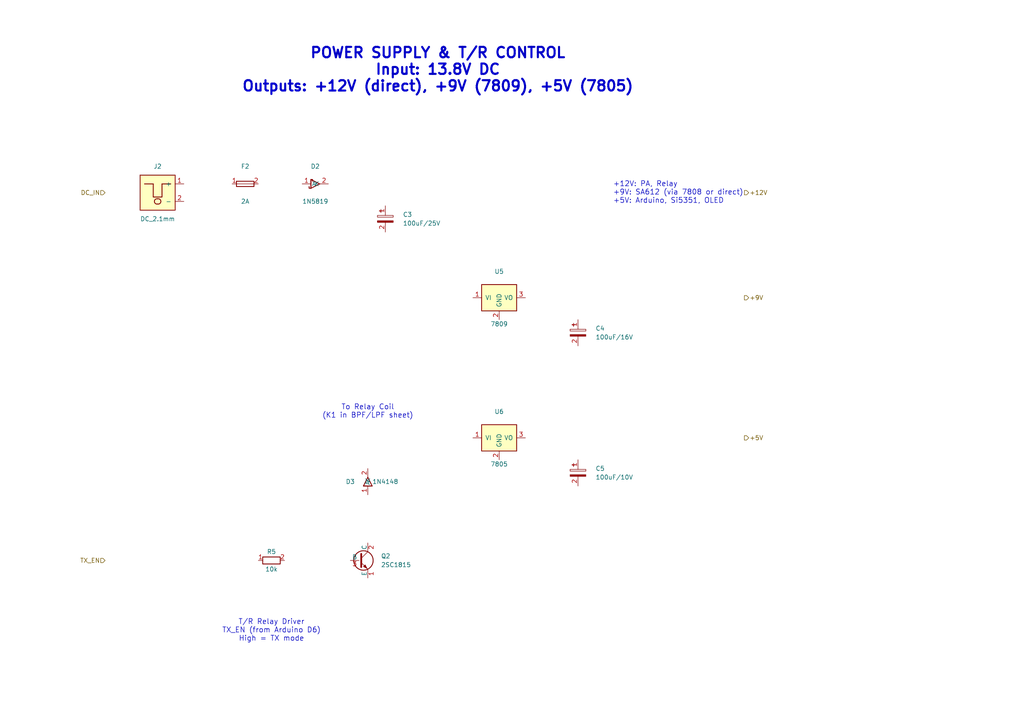
<source format=kicad_sch>
(kicad_sch (version 20250114) (generator "eeschema") (generator_version "9.0")
  (paper "A4")
  (title_block (title "Power Supply & T/R Control") (date "2024-12-24") (rev "1.0") (comment 1 "Input: 13.8V DC, Output: +12V, +9V, +5V"))
  (lib_symbols
    (symbol "Connector:DC_Jack" (pin_names (offset 1.016))
      (property "Reference" "J" (at 0 6.35 0))
      (property "Value" "DC_Jack" (at 0 -6.35 0))
      (symbol "DC_Jack_0_1"
        (rectangle (start -5.08 5.08) (end 5.08 -5.08) (stroke (width 0.254)) (fill (type background)))
        (polyline (pts (xy -3.81 2.54) (xy -1.27 2.54)) (stroke (width 0.254)))
        (polyline (pts (xy -1.27 2.54) (xy -1.27 -1.27) (xy 1.27 -1.27) (xy 1.27 2.54)) (stroke (width 0.254)))
        (arc (start 0 -3.302) (mid -0.9398 -2.54) (end 0 -1.778) (stroke (width 0.254)))
        (arc (start 0 -1.778) (mid 0.9398 -2.54) (end 0 -3.302) (stroke (width 0.254)))
        (polyline (pts (xy 1.27 2.54) (xy 3.81 2.54)) (stroke (width 0.254)))
      )
      (symbol "DC_Jack_1_1"
        (pin power_out line (at 7.62 2.54 180) (length 2.54) (name "+") (number "1"))
        (pin power_out line (at 7.62 -2.54 180) (length 2.54) (name "-") (number "2"))
      )
    )
    (symbol "Device:CP" (pin_names (offset 0.254))
      (property "Reference" "C" (at 0.635 2.54 0))
      (property "Value" "CP" (at 0.635 -2.54 0))
      (symbol "CP_0_1"
        (rectangle (start -2.286 0.508) (end 2.286 1.016))
        (rectangle (start -2.286 -1.016) (end 2.286 -0.508) (fill (type outline)))
        (polyline (pts (xy -1.778 2.286) (xy -0.762 2.286)))
        (polyline (pts (xy -1.27 2.794) (xy -1.27 1.778)))
      )
      (symbol "CP_1_1"
        (pin passive line (at 0 3.81 270) (length 2.794) (name "~") (number "1"))
        (pin passive line (at 0 -3.81 90) (length 2.794) (name "~") (number "2"))
      )
    )
    (symbol "Device:D" (pin_names (offset 1.016))
      (property "Reference" "D" (at 0 2.54 0))
      (property "Value" "D" (at 0 -2.54 0))
      (symbol "D_0_1"
        (polyline (pts (xy -1.27 -1.27) (xy -1.27 1.27)) (stroke (width 0.254)))
        (polyline (pts (xy 1.27 0) (xy -1.27 1.27) (xy -1.27 -1.27) (xy 1.27 0)) (stroke (width 0.254)))
      )
      (symbol "D_1_1"
        (pin passive line (at -3.81 0 0) (length 2.54) (name "K") (number "1"))
        (pin passive line (at 3.81 0 180) (length 2.54) (name "A") (number "2"))
      )
    )
    (symbol "Device:D_Schottky" (pin_names (offset 1.016))
      (property "Reference" "D" (at 0 2.54 0))
      (property "Value" "D_Schottky" (at 0 -2.54 0))
      (symbol "D_Schottky_0_1"
        (polyline (pts (xy -1.27 1.27) (xy -0.762 1.27) (xy -0.762 0.762)) (stroke (width 0.254)))
        (polyline (pts (xy -1.27 -1.27) (xy -1.27 1.27)) (stroke (width 0.254)))
        (polyline (pts (xy -1.27 -1.27) (xy -1.778 -1.27) (xy -1.778 -0.762)) (stroke (width 0.254)))
        (polyline (pts (xy 1.27 0) (xy -1.27 1.27) (xy -1.27 -1.27) (xy 1.27 0)) (stroke (width 0.254)))
      )
      (symbol "D_Schottky_1_1"
        (pin passive line (at -3.81 0 0) (length 2.54) (name "K") (number "1"))
        (pin passive line (at 3.81 0 180) (length 2.54) (name "A") (number "2"))
      )
    )
    (symbol "Device:Fuse" (pin_names (offset 0))
      (property "Reference" "F" (at 2.032 0 90))
      (property "Value" "Fuse" (at -1.905 0 90))
      (symbol "Fuse_0_1"
        (rectangle (start -0.762 -2.54) (end 0.762 2.54) (stroke (width 0.254)))
        (polyline (pts (xy 0 2.54) (xy 0 -2.54)))
      )
      (symbol "Fuse_1_1"
        (pin passive line (at 0 3.81 270) (length 1.27) (name "~") (number "1"))
        (pin passive line (at 0 -3.81 90) (length 1.27) (name "~") (number "2"))
      )
    )
    (symbol "Device:R" (pin_names (offset 0))
      (property "Reference" "R" (at 2.032 0 90))
      (property "Value" "R" (at 0 0 90))
      (symbol "R_0_1"
        (rectangle (start -1.016 -2.54) (end 1.016 2.54) (stroke (width 0.254)))
      )
      (symbol "R_1_1"
        (pin passive line (at 0 3.81 270) (length 1.27) (name "~") (number "1"))
        (pin passive line (at 0 -3.81 90) (length 1.27) (name "~") (number "2"))
      )
    )
    (symbol "Regulator:7805" (pin_names (offset 1.016))
      (property "Reference" "U" (at 0 5.08 0))
      (property "Value" "7805" (at 0 -5.08 0))
      (symbol "7805_0_1"
        (rectangle (start -5.08 3.81) (end 5.08 -3.81) (stroke (width 0.254)) (fill (type background)))
      )
      (symbol "7805_1_1"
        (pin power_in line (at -7.62 0 0) (length 2.54) (name "VI") (number "1"))
        (pin power_in line (at 0 -6.35 90) (length 2.54) (name "GND") (number "2"))
        (pin power_out line (at 7.62 0 180) (length 2.54) (name "VO") (number "3"))
      )
    )
    (symbol "Regulator:7809" (pin_names (offset 1.016))
      (property "Reference" "U" (at 0 5.08 0))
      (property "Value" "7809" (at 0 -5.08 0))
      (symbol "7809_0_1"
        (rectangle (start -5.08 3.81) (end 5.08 -3.81) (stroke (width 0.254)) (fill (type background)))
      )
      (symbol "7809_1_1"
        (pin power_in line (at -7.62 0 0) (length 2.54) (name "VI") (number "1"))
        (pin power_in line (at 0 -6.35 90) (length 2.54) (name "GND") (number "2"))
        (pin power_out line (at 7.62 0 180) (length 2.54) (name "VO") (number "3"))
      )
    )
    (symbol "Transistor:2SC1815" (pin_names (offset 0))
      (property "Reference" "Q" (at 5.08 1.905 0))
      (property "Value" "2SC1815" (at 5.08 0 0))
      (symbol "2SC1815_0_1"
        (polyline (pts (xy 0.635 1.905) (xy 0.635 -1.905)) (stroke (width 0.508)))
        (polyline (pts (xy 0.635 0.635) (xy 2.54 2.54)))
        (polyline (pts (xy 0.635 -0.635) (xy 2.54 -2.54)))
        (circle (center 1.27 0) (radius 2.8194) (stroke (width 0.254)))
        (polyline (pts (xy 1.27 -1.778) (xy 1.778 -1.27) (xy 2.286 -2.286) (xy 1.27 -1.778)) (fill (type outline)))
      )
      (symbol "2SC1815_1_1"
        (pin input line (at -2.54 0 0) (length 2.54) (name "B") (number "3"))
        (pin passive line (at 2.54 5.08 270) (length 2.54) (name "C") (number "2"))
        (pin passive line (at 2.54 -5.08 90) (length 2.54) (name "E") (number "1"))
      )
    )
  )
  (text "To Relay Coil\n(K1 in BPF/LPF sheet)" (at 106.68 119.38 0) (effects (font (size 1.5 1.5))))
  (text "POWER SUPPLY & T/R CONTROL\nInput: 13.8V DC\nOutputs: +12V (direct), +9V (7809), +5V (7805)" (at 127 20.32 0) (effects (font (size 3 3) (bold yes))))
  (text "+12V: PA, Relay\n+9V: SA612 (via 7808 or direct)\n+5V: Arduino, Si5351, OLED" (at 177.8 55.88 0) (effects (font (size 1.5 1.5)) (justify left)))
  (text "T/R Relay Driver\nTX_EN (from Arduino D6)\nHigh = TX mode" (at 78.74 182.88 0) (effects (font (size 1.5 1.5))))
  (hierarchical_label "+5V" (shape output) (at 215.9 127 0))
  (hierarchical_label "+12V" (shape output) (at 215.9 55.88 0))
  (hierarchical_label "TX_EN" (shape input) (at 30.48 162.56 180))
  (hierarchical_label "+9V" (shape output) (at 215.9 86.36 0))
  (hierarchical_label "DC_IN" (shape input) (at 30.48 55.88 180))
  (symbol (lib_id "Device:Fuse") (at 71.12 53.34 90) (unit 1)
    (property "Reference" "F2" (at 71.12 48.26 90))
    (property "Value" "2A" (at 71.12 58.42 90))
    (property "Footprint" "Fuse:Fuseholder_Cylinder-5x20mm_Schurter_0031_8201_Horizontal_Open" (effects (hide yes)))
  )
  (symbol (lib_id "Connector:DC_Jack") (at 45.72 55.88 0) (unit 1)
    (property "Reference" "J2" (at 45.72 48.26 0))
    (property "Value" "DC_2.1mm" (at 45.72 63.5 0))
    (property "Footprint" "Connector_BarrelJack:BarrelJack_Horizontal" (effects (hide yes)))
  )
  (symbol (lib_id "Device:R") (at 78.74 162.56 90) (unit 1)
    (property "Reference" "R5" (at 78.74 160.02 90))
    (property "Value" "10k" (at 78.74 165.1 90))
    (property "Footprint" "Resistor_THT:R_Axial_DIN0207_L6.3mm_D2.5mm_P10.16mm_Horizontal" (effects (hide yes)))
  )
  (symbol (lib_id "Regulator:7805") (at 144.78 127 0) (unit 1)
    (property "Reference" "U6" (at 144.78 119.38 0))
    (property "Value" "7805" (at 144.78 134.62 0))
    (property "Footprint" "Package_TO_SOT_THT:TO-220-3_Vertical" (effects (hide yes)))
  )
  (symbol (lib_id "Device:D") (at 106.68 139.7 90) (unit 1)
    (property "Reference" "D3" (at 101.6 139.7 90))
    (property "Value" "1N4148" (at 111.76 139.7 90))
    (property "Footprint" "Diode_THT:D_DO-35_SOD27_P7.62mm_Horizontal" (effects (hide yes)))
  )
  (symbol (lib_id "Device:CP") (at 111.76 63.5 0) (unit 1)
    (property "Reference" "C3" (at 116.84 62.23 0) (effects (justify left)))
    (property "Value" "100uF/25V" (at 116.84 64.77 0) (effects (justify left)))
    (property "Footprint" "Capacitor_THT:CP_Radial_D5.0mm_P2.50mm" (effects (hide yes)))
  )
  (symbol (lib_id "Device:CP") (at 167.64 96.52 0) (unit 1)
    (property "Reference" "C4" (at 172.72 95.25 0) (effects (justify left)))
    (property "Value" "100uF/16V" (at 172.72 97.79 0) (effects (justify left)))
    (property "Footprint" "Capacitor_THT:CP_Radial_D5.0mm_P2.50mm" (effects (hide yes)))
  )
  (symbol (lib_id "Device:D_Schottky") (at 91.44 53.34 0) (unit 1)
    (property "Reference" "D2" (at 91.44 48.26 0))
    (property "Value" "1N5819" (at 91.44 58.42 0))
    (property "Footprint" "Diode_THT:D_DO-35_SOD27_P7.62mm_Horizontal" (effects (hide yes)))
  )
  (symbol (lib_id "Regulator:7809") (at 144.78 86.36 0) (unit 1)
    (property "Reference" "U5" (at 144.78 78.74 0))
    (property "Value" "7809" (at 144.78 93.98 0))
    (property "Footprint" "Package_TO_SOT_THT:TO-220-3_Vertical" (effects (hide yes)))
  )
  (symbol (lib_id "Transistor:2SC1815") (at 104.14 162.56 0) (unit 1)
    (property "Reference" "Q2" (at 110.49 161.29 0) (effects (justify left)))
    (property "Value" "2SC1815" (at 110.49 163.83 0) (effects (justify left)))
    (property "Footprint" "Package_TO_SOT_THT:TO-92_Inline" (effects (hide yes)))
  )
  (symbol (lib_id "Device:CP") (at 167.64 137.16 0) (unit 1)
    (property "Reference" "C5" (at 172.72 135.89 0) (effects (justify left)))
    (property "Value" "100uF/10V" (at 172.72 138.43 0) (effects (justify left)))
    (property "Footprint" "Capacitor_THT:CP_Radial_D5.0mm_P2.50mm" (effects (hide yes)))
  )
)
</source>
